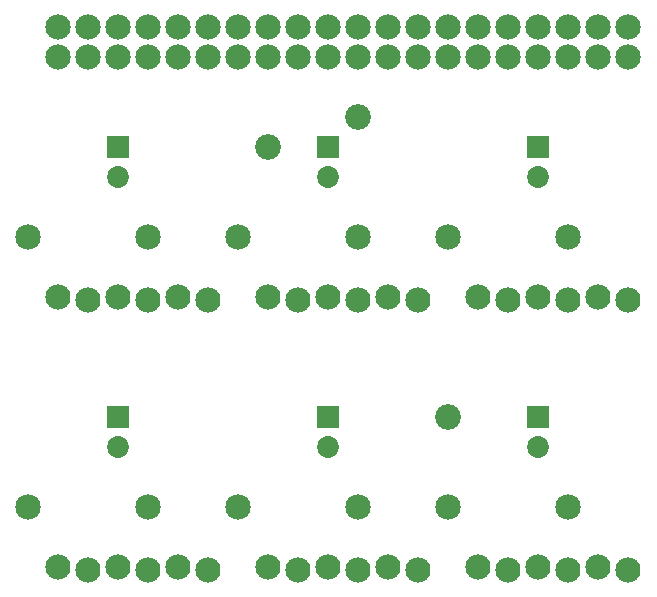
<source format=gbs>
G04 MADE WITH FRITZING*
G04 WWW.FRITZING.ORG*
G04 DOUBLE SIDED*
G04 HOLES PLATED*
G04 CONTOUR ON CENTER OF CONTOUR VECTOR*
%ASAXBY*%
%FSLAX23Y23*%
%MOIN*%
%OFA0B0*%
%SFA1.0B1.0*%
%ADD10C,0.085000*%
%ADD11C,0.072992*%
%ADD12C,0.084000*%
%ADD13C,0.085433*%
%ADD14C,0.084667*%
%ADD15C,0.084695*%
%ADD16R,0.072992X0.072992*%
%LNMASK0*%
G90*
G70*
G54D10*
X1702Y684D03*
X2102Y684D03*
X1002Y684D03*
X1402Y684D03*
X302Y684D03*
X702Y684D03*
X1002Y1584D03*
X1402Y1584D03*
X302Y1584D03*
X702Y1584D03*
X1702Y1584D03*
X2102Y1584D03*
G54D11*
X1302Y983D03*
X1302Y884D03*
X2002Y983D03*
X2002Y884D03*
X602Y983D03*
X602Y884D03*
X2002Y1883D03*
X2002Y1784D03*
X1302Y1883D03*
X1302Y1784D03*
X602Y1883D03*
X602Y1784D03*
G54D12*
X902Y1374D03*
X802Y1384D03*
X702Y1374D03*
X602Y1384D03*
X502Y1374D03*
X402Y1384D03*
X1602Y1374D03*
X1502Y1384D03*
X1402Y1374D03*
X1302Y1384D03*
X1202Y1374D03*
X1102Y1384D03*
X2302Y1374D03*
X2202Y1384D03*
X2102Y1374D03*
X2002Y1384D03*
X1902Y1374D03*
X1802Y1384D03*
X902Y474D03*
X802Y484D03*
X702Y474D03*
X602Y484D03*
X502Y474D03*
X402Y484D03*
X1602Y474D03*
X1502Y484D03*
X1402Y474D03*
X1302Y484D03*
X1202Y474D03*
X1102Y484D03*
X2302Y474D03*
X2202Y484D03*
X2102Y474D03*
X2002Y484D03*
X1902Y474D03*
X1802Y484D03*
G54D13*
X1402Y1984D03*
X1702Y984D03*
X1102Y1884D03*
G54D14*
X402Y2184D03*
X502Y2184D03*
X602Y2184D03*
X702Y2184D03*
G54D15*
X802Y2184D03*
G54D14*
X902Y2184D03*
X1002Y2184D03*
X1102Y2184D03*
X1202Y2184D03*
G54D15*
X1302Y2184D03*
G54D14*
X1402Y2184D03*
G54D15*
X1502Y2184D03*
G54D14*
X1602Y2184D03*
X1702Y2184D03*
X1802Y2184D03*
X1902Y2184D03*
G54D15*
X2002Y2184D03*
G54D14*
X2102Y2184D03*
X2202Y2184D03*
X2302Y2184D03*
X2302Y2284D03*
X2202Y2284D03*
X2102Y2284D03*
G54D15*
X2002Y2284D03*
G54D14*
X1902Y2284D03*
X1802Y2284D03*
X1702Y2284D03*
X1602Y2284D03*
G54D15*
X1502Y2284D03*
G54D14*
X1402Y2284D03*
G54D15*
X1302Y2284D03*
G54D14*
X1202Y2284D03*
X1102Y2284D03*
X1002Y2284D03*
X902Y2284D03*
G54D15*
X802Y2284D03*
G54D14*
X702Y2284D03*
X602Y2284D03*
X502Y2284D03*
X402Y2284D03*
G54D16*
X1302Y983D03*
X2002Y983D03*
X602Y983D03*
X2002Y1883D03*
X1302Y1883D03*
X602Y1883D03*
G04 End of Mask0*
M02*
</source>
